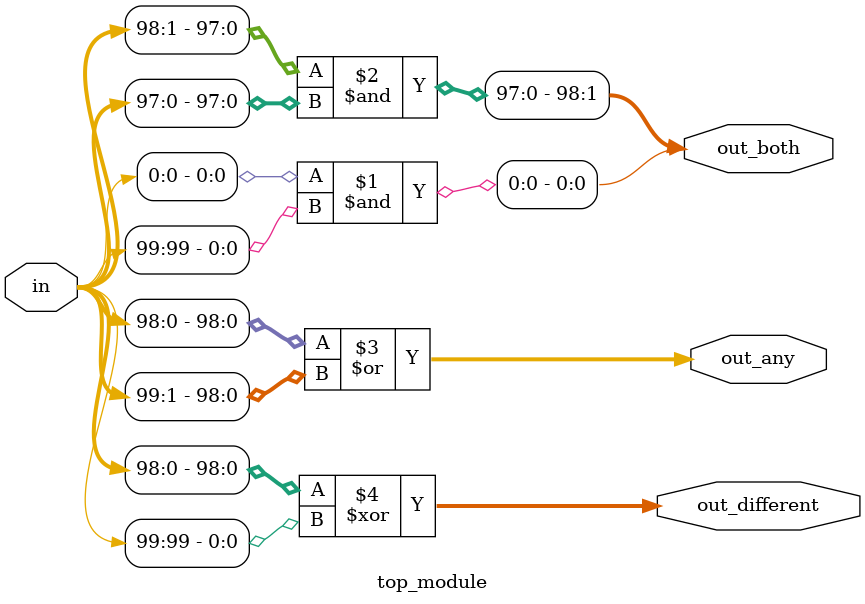
<source format=sv>
module top_module (
	input [99:0] in,
	output [98:0] out_both,
	output [99:1] out_any,
	output [99:0] out_different
);

	// 'out_both' logic
	assign out_both[0] = in[0] & in[99];
	assign out_both[1:98] = in[1:98] & in[0:97];
	
	// 'out_any' logic
	assign out_any[1:99] = in[0:98] | in[1:99];
	
	// 'out_different' logic
	assign out_different = in[0:98] ^ in[99] ;
	
endmodule

</source>
